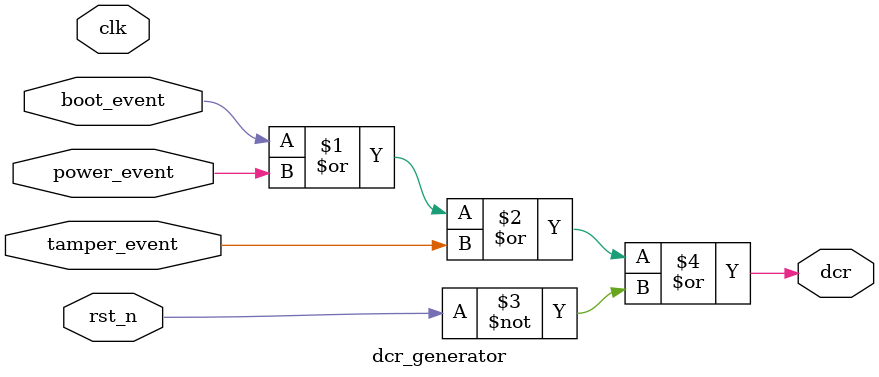
<source format=v>
`timescale 1ns / 1ps


module dcr_generator (
    input wire clk,
    input wire rst_n,
    input wire boot_event,
    input wire power_event,
    input wire tamper_event,
    output wire dcr
);

    assign dcr = boot_event | power_event | tamper_event | ~rst_n;

endmodule

</source>
